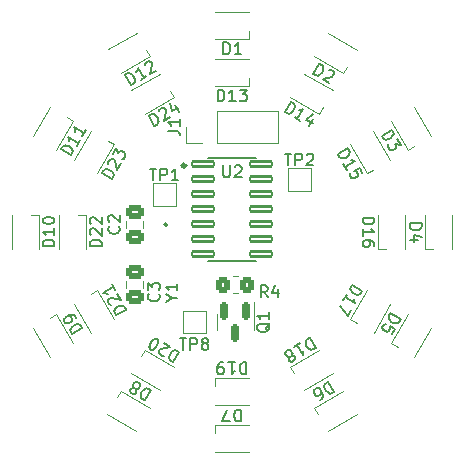
<source format=gto>
G04 #@! TF.GenerationSoftware,KiCad,Pcbnew,(6.0.11)*
G04 #@! TF.CreationDate,2023-03-31T13:58:03+02:00*
G04 #@! TF.ProjectId,Horloge,486f726c-6f67-4652-9e6b-696361645f70,rev?*
G04 #@! TF.SameCoordinates,Original*
G04 #@! TF.FileFunction,Legend,Top*
G04 #@! TF.FilePolarity,Positive*
%FSLAX46Y46*%
G04 Gerber Fmt 4.6, Leading zero omitted, Abs format (unit mm)*
G04 Created by KiCad (PCBNEW (6.0.11)) date 2023-03-31 13:58:03*
%MOMM*%
%LPD*%
G01*
G04 APERTURE LIST*
G04 Aperture macros list*
%AMRoundRect*
0 Rectangle with rounded corners*
0 $1 Rounding radius*
0 $2 $3 $4 $5 $6 $7 $8 $9 X,Y pos of 4 corners*
0 Add a 4 corners polygon primitive as box body*
4,1,4,$2,$3,$4,$5,$6,$7,$8,$9,$2,$3,0*
0 Add four circle primitives for the rounded corners*
1,1,$1+$1,$2,$3*
1,1,$1+$1,$4,$5*
1,1,$1+$1,$6,$7*
1,1,$1+$1,$8,$9*
0 Add four rect primitives between the rounded corners*
20,1,$1+$1,$2,$3,$4,$5,0*
20,1,$1+$1,$4,$5,$6,$7,0*
20,1,$1+$1,$6,$7,$8,$9,0*
20,1,$1+$1,$8,$9,$2,$3,0*%
%AMRotRect*
0 Rectangle, with rotation*
0 The origin of the aperture is its center*
0 $1 length*
0 $2 width*
0 $3 Rotation angle, in degrees counterclockwise*
0 Add horizontal line*
21,1,$1,$2,0,0,$3*%
G04 Aperture macros list end*
%ADD10C,0.150000*%
%ADD11C,0.120000*%
%ADD12C,0.200000*%
%ADD13C,0.127000*%
%ADD14C,0.300000*%
%ADD15R,0.700000X0.700000*%
%ADD16RotRect,0.700000X0.700000X120.000000*%
%ADD17RotRect,0.700000X0.700000X150.000000*%
%ADD18RoundRect,0.250000X0.475000X-0.337500X0.475000X0.337500X-0.475000X0.337500X-0.475000X-0.337500X0*%
%ADD19R,1.500000X1.500000*%
%ADD20RoundRect,0.250000X-0.350000X-0.450000X0.350000X-0.450000X0.350000X0.450000X-0.350000X0.450000X0*%
%ADD21R,1.700000X1.700000*%
%ADD22O,1.700000X1.700000*%
%ADD23RotRect,0.700000X0.700000X300.000000*%
%ADD24R,1.900000X1.150000*%
%ADD25RotRect,0.700000X0.700000X240.000000*%
%ADD26RotRect,0.700000X0.700000X330.000000*%
%ADD27RotRect,0.700000X0.700000X30.000000*%
%ADD28RoundRect,0.150000X-0.150000X0.587500X-0.150000X-0.587500X0.150000X-0.587500X0.150000X0.587500X0*%
%ADD29RotRect,0.700000X0.700000X210.000000*%
%ADD30RoundRect,0.250000X-0.475000X0.337500X-0.475000X-0.337500X0.475000X-0.337500X0.475000X0.337500X0*%
%ADD31RotRect,0.700000X0.700000X60.000000*%
%ADD32RoundRect,0.090000X-0.895000X-0.210000X0.895000X-0.210000X0.895000X0.210000X-0.895000X0.210000X0*%
%ADD33C,0.665000*%
%ADD34C,0.680000*%
%ADD35C,0.700000*%
%ADD36C,0.670000*%
G04 APERTURE END LIST*
D10*
X68772381Y-92653307D02*
X67772381Y-92653307D01*
X67772381Y-92415212D01*
X67820001Y-92272355D01*
X67915239Y-92177117D01*
X68010477Y-92129498D01*
X68200953Y-92081879D01*
X68343810Y-92081879D01*
X68534286Y-92129498D01*
X68629524Y-92177117D01*
X68724762Y-92272355D01*
X68772381Y-92415212D01*
X68772381Y-92653307D01*
X68772381Y-91129498D02*
X68772381Y-91700926D01*
X68772381Y-91415212D02*
X67772381Y-91415212D01*
X67915239Y-91510450D01*
X68010477Y-91605688D01*
X68058096Y-91700926D01*
X67772381Y-90510450D02*
X67772381Y-90415212D01*
X67820001Y-90319974D01*
X67867620Y-90272355D01*
X67962858Y-90224736D01*
X68153334Y-90177117D01*
X68391429Y-90177117D01*
X68581905Y-90224736D01*
X68677143Y-90272355D01*
X68724762Y-90319974D01*
X68772381Y-90415212D01*
X68772381Y-90510450D01*
X68724762Y-90605688D01*
X68677143Y-90653307D01*
X68581905Y-90700926D01*
X68391429Y-90748545D01*
X68153334Y-90748545D01*
X67962858Y-90700926D01*
X67867620Y-90653307D01*
X67820001Y-90605688D01*
X67772381Y-90510450D01*
X92775554Y-84856244D02*
X93641580Y-84356244D01*
X93760627Y-84562440D01*
X93790817Y-84709968D01*
X93755957Y-84840065D01*
X93697288Y-84928924D01*
X93556140Y-85065401D01*
X93432422Y-85136830D01*
X93243656Y-85190828D01*
X93137367Y-85197208D01*
X93007270Y-85162349D01*
X92894602Y-85062440D01*
X92775554Y-84856244D01*
X93537459Y-86175901D02*
X93251745Y-85681030D01*
X93394602Y-85928466D02*
X94260627Y-85428466D01*
X94089290Y-85417416D01*
X93959193Y-85382556D01*
X93870334Y-85323887D01*
X94855865Y-86459448D02*
X94617770Y-86047055D01*
X94181568Y-86243911D01*
X94246616Y-86261341D01*
X94335475Y-86320010D01*
X94454522Y-86526207D01*
X94460902Y-86632495D01*
X94443472Y-86697543D01*
X94384803Y-86786402D01*
X94178607Y-86905449D01*
X94072319Y-86911829D01*
X94007270Y-86894399D01*
X93918411Y-86835730D01*
X93799364Y-86629534D01*
X93792984Y-86523246D01*
X93810414Y-86458197D01*
X90713858Y-78044680D02*
X91213858Y-77178655D01*
X91420054Y-77297702D01*
X91519963Y-77410370D01*
X91554822Y-77540468D01*
X91548443Y-77646756D01*
X91494444Y-77835523D01*
X91423015Y-77959241D01*
X91286538Y-78100389D01*
X91197679Y-78159058D01*
X91067582Y-78193917D01*
X90920054Y-78163728D01*
X90713858Y-78044680D01*
X91991025Y-77737324D02*
X92056074Y-77719894D01*
X92162362Y-77726274D01*
X92368558Y-77845322D01*
X92427227Y-77934180D01*
X92444657Y-77999229D01*
X92438277Y-78105517D01*
X92390658Y-78187995D01*
X92277991Y-78287904D01*
X91497405Y-78497061D01*
X92033516Y-78806585D01*
X74242142Y-90971666D02*
X74289761Y-91019285D01*
X74337380Y-91162142D01*
X74337380Y-91257380D01*
X74289761Y-91400238D01*
X74194523Y-91495476D01*
X74099285Y-91543095D01*
X73908809Y-91590714D01*
X73765952Y-91590714D01*
X73575476Y-91543095D01*
X73480238Y-91495476D01*
X73385000Y-91400238D01*
X73337380Y-91257380D01*
X73337380Y-91162142D01*
X73385000Y-91019285D01*
X73432619Y-90971666D01*
X73432619Y-90590714D02*
X73385000Y-90543095D01*
X73337380Y-90447857D01*
X73337380Y-90209761D01*
X73385000Y-90114523D01*
X73432619Y-90066904D01*
X73527857Y-90019285D01*
X73623095Y-90019285D01*
X73765952Y-90066904D01*
X74337380Y-90638333D01*
X74337380Y-90019285D01*
X79383095Y-100417380D02*
X79954523Y-100417380D01*
X79668809Y-101417380D02*
X79668809Y-100417380D01*
X80287857Y-101417380D02*
X80287857Y-100417380D01*
X80668809Y-100417380D01*
X80764047Y-100465000D01*
X80811666Y-100512619D01*
X80859285Y-100607857D01*
X80859285Y-100750714D01*
X80811666Y-100845952D01*
X80764047Y-100893571D01*
X80668809Y-100941190D01*
X80287857Y-100941190D01*
X81430714Y-100845952D02*
X81335476Y-100798333D01*
X81287857Y-100750714D01*
X81240238Y-100655476D01*
X81240238Y-100607857D01*
X81287857Y-100512619D01*
X81335476Y-100465000D01*
X81430714Y-100417380D01*
X81621190Y-100417380D01*
X81716428Y-100465000D01*
X81764047Y-100512619D01*
X81811666Y-100607857D01*
X81811666Y-100655476D01*
X81764047Y-100750714D01*
X81716428Y-100798333D01*
X81621190Y-100845952D01*
X81430714Y-100845952D01*
X81335476Y-100893571D01*
X81287857Y-100941190D01*
X81240238Y-101036428D01*
X81240238Y-101226904D01*
X81287857Y-101322142D01*
X81335476Y-101369761D01*
X81430714Y-101417380D01*
X81621190Y-101417380D01*
X81716428Y-101369761D01*
X81764047Y-101322142D01*
X81811666Y-101226904D01*
X81811666Y-101036428D01*
X81764047Y-100941190D01*
X81716428Y-100893571D01*
X81621190Y-100845952D01*
X86828333Y-96972380D02*
X86495000Y-96496190D01*
X86256904Y-96972380D02*
X86256904Y-95972380D01*
X86637857Y-95972380D01*
X86733095Y-96020000D01*
X86780714Y-96067619D01*
X86828333Y-96162857D01*
X86828333Y-96305714D01*
X86780714Y-96400952D01*
X86733095Y-96448571D01*
X86637857Y-96496190D01*
X86256904Y-96496190D01*
X87685476Y-96305714D02*
X87685476Y-96972380D01*
X87447380Y-95924761D02*
X87209285Y-96639047D01*
X87828333Y-96639047D01*
X88288454Y-81263172D02*
X88788454Y-80397147D01*
X88994650Y-80516194D01*
X89094559Y-80628862D01*
X89129418Y-80758960D01*
X89123038Y-80865248D01*
X89069040Y-81054015D01*
X88997611Y-81177733D01*
X88861134Y-81318880D01*
X88772275Y-81377549D01*
X88642178Y-81412409D01*
X88494650Y-81382220D01*
X88288454Y-81263172D01*
X89608112Y-82025077D02*
X89113240Y-81739363D01*
X89360676Y-81882220D02*
X89860676Y-81016194D01*
X89706768Y-81092293D01*
X89576671Y-81127153D01*
X89470383Y-81120773D01*
X90683752Y-81876298D02*
X90350419Y-82453648D01*
X90668032Y-81427336D02*
X90104693Y-81926878D01*
X90640804Y-82236402D01*
X78402380Y-82883333D02*
X79116666Y-82883333D01*
X79259523Y-82930952D01*
X79354761Y-83026190D01*
X79402380Y-83169047D01*
X79402380Y-83264285D01*
X79402380Y-81883333D02*
X79402380Y-82454761D01*
X79402380Y-82169047D02*
X78402380Y-82169047D01*
X78545238Y-82264285D01*
X78640476Y-82359523D01*
X78688095Y-82454761D01*
X83081904Y-76392380D02*
X83081904Y-75392380D01*
X83320000Y-75392380D01*
X83462857Y-75440000D01*
X83558095Y-75535238D01*
X83605714Y-75630476D01*
X83653333Y-75820952D01*
X83653333Y-75963809D01*
X83605714Y-76154285D01*
X83558095Y-76249523D01*
X83462857Y-76344761D01*
X83320000Y-76392380D01*
X83081904Y-76392380D01*
X84605714Y-76392380D02*
X84034285Y-76392380D01*
X84320000Y-76392380D02*
X84320000Y-75392380D01*
X84224761Y-75535238D01*
X84129523Y-75630476D01*
X84034285Y-75678095D01*
X74858212Y-98012963D02*
X73992186Y-98512963D01*
X73873139Y-98306767D01*
X73842949Y-98159239D01*
X73877809Y-98029142D01*
X73936478Y-97940283D01*
X74077626Y-97803806D01*
X74201344Y-97732377D01*
X74390110Y-97678379D01*
X74496399Y-97671999D01*
X74626496Y-97706858D01*
X74739164Y-97806767D01*
X74858212Y-98012963D01*
X73598474Y-97640558D02*
X73533426Y-97623128D01*
X73444567Y-97564459D01*
X73325520Y-97358263D01*
X73319140Y-97251975D01*
X73336570Y-97186926D01*
X73395239Y-97098067D01*
X73477717Y-97050448D01*
X73625245Y-97020259D01*
X74405831Y-97229417D01*
X74096307Y-96693306D01*
X73620117Y-95868519D02*
X73905831Y-96363391D01*
X73762974Y-96115955D02*
X72896948Y-96615955D01*
X73068285Y-96627005D01*
X73198383Y-96661865D01*
X73287241Y-96720534D01*
X78716187Y-96996246D02*
X79192434Y-96996246D01*
X78192316Y-97329619D02*
X78716187Y-96996246D01*
X78192316Y-96662874D01*
X79192434Y-95805630D02*
X79192434Y-96377126D01*
X79192434Y-96091378D02*
X78192316Y-96091378D01*
X78335190Y-96186627D01*
X78430439Y-96281876D01*
X78478064Y-96377126D01*
X85034285Y-102487619D02*
X85034285Y-103487619D01*
X84796190Y-103487619D01*
X84653333Y-103440000D01*
X84558095Y-103344761D01*
X84510476Y-103249523D01*
X84462857Y-103059047D01*
X84462857Y-102916190D01*
X84510476Y-102725714D01*
X84558095Y-102630476D01*
X84653333Y-102535238D01*
X84796190Y-102487619D01*
X85034285Y-102487619D01*
X83510476Y-102487619D02*
X84081904Y-102487619D01*
X83796190Y-102487619D02*
X83796190Y-103487619D01*
X83891428Y-103344761D01*
X83986666Y-103249523D01*
X84081904Y-103201904D01*
X83034285Y-102487619D02*
X82843809Y-102487619D01*
X82748571Y-102535238D01*
X82700952Y-102582857D01*
X82605714Y-102725714D01*
X82558095Y-102916190D01*
X82558095Y-103297142D01*
X82605714Y-103392380D01*
X82653333Y-103440000D01*
X82748571Y-103487619D01*
X82939047Y-103487619D01*
X83034285Y-103440000D01*
X83081904Y-103392380D01*
X83129523Y-103297142D01*
X83129523Y-103059047D01*
X83081904Y-102963809D01*
X83034285Y-102916190D01*
X82939047Y-102868571D01*
X82748571Y-102868571D01*
X82653333Y-102916190D01*
X82605714Y-102963809D01*
X82558095Y-103059047D01*
X70186834Y-84958104D02*
X69320809Y-84458104D01*
X69439856Y-84251908D01*
X69552524Y-84151999D01*
X69682622Y-84117140D01*
X69788910Y-84123520D01*
X69977677Y-84177518D01*
X70101395Y-84248947D01*
X70242542Y-84385424D01*
X70301211Y-84474283D01*
X70336071Y-84604380D01*
X70305882Y-84751908D01*
X70186834Y-84958104D01*
X70948739Y-83638446D02*
X70663025Y-84133318D01*
X70805882Y-83885882D02*
X69939856Y-83385882D01*
X70015955Y-83539790D01*
X70050815Y-83669887D01*
X70044435Y-83776175D01*
X71424929Y-82813660D02*
X71139215Y-83308532D01*
X71282072Y-83061096D02*
X70416047Y-82561096D01*
X70492146Y-82715003D01*
X70527005Y-82845101D01*
X70520625Y-82951389D01*
X84558095Y-106487618D02*
X84558095Y-107487618D01*
X84320000Y-107487618D01*
X84177142Y-107439999D01*
X84081904Y-107344760D01*
X84034285Y-107249522D01*
X83986666Y-107059046D01*
X83986666Y-106916189D01*
X84034285Y-106725713D01*
X84081904Y-106630475D01*
X84177142Y-106535237D01*
X84320000Y-106487618D01*
X84558095Y-106487618D01*
X83653333Y-107487618D02*
X82986666Y-107487618D01*
X83415238Y-106487618D01*
X76926394Y-104835464D02*
X76426394Y-105701489D01*
X76220198Y-105582442D01*
X76120289Y-105469774D01*
X76085430Y-105339676D01*
X76091809Y-105233388D01*
X76145808Y-105044621D01*
X76217237Y-104920903D01*
X76353714Y-104779755D01*
X76442573Y-104721086D01*
X76572670Y-104686227D01*
X76720198Y-104716416D01*
X76926394Y-104835464D01*
X75650937Y-104758907D02*
X75709606Y-104847765D01*
X75727035Y-104912814D01*
X75720656Y-105019102D01*
X75696846Y-105060341D01*
X75607988Y-105119011D01*
X75542939Y-105136440D01*
X75436651Y-105130061D01*
X75271694Y-105034822D01*
X75213025Y-104945964D01*
X75195595Y-104880915D01*
X75201975Y-104774627D01*
X75225784Y-104733388D01*
X75314642Y-104674719D01*
X75379691Y-104657289D01*
X75485979Y-104663669D01*
X75650937Y-104758907D01*
X75757225Y-104765287D01*
X75822274Y-104747857D01*
X75911132Y-104689188D01*
X76006370Y-104524230D01*
X76012750Y-104417942D01*
X75995320Y-104352894D01*
X75936651Y-104264035D01*
X75771694Y-104168797D01*
X75665406Y-104162417D01*
X75600357Y-104179847D01*
X75511498Y-104238516D01*
X75416260Y-104403473D01*
X75409881Y-104509762D01*
X75427310Y-104574810D01*
X75485979Y-104663669D01*
X90394334Y-100400997D02*
X90894334Y-101267023D01*
X90688138Y-101386070D01*
X90540610Y-101416260D01*
X90410513Y-101381400D01*
X90321654Y-101322731D01*
X90185177Y-101181583D01*
X90113748Y-101057865D01*
X90059750Y-100869099D01*
X90053370Y-100762810D01*
X90088229Y-100632713D01*
X90188138Y-100520045D01*
X90394334Y-100400997D01*
X89074677Y-101162902D02*
X89569548Y-100877188D01*
X89322112Y-101020045D02*
X89822112Y-101886070D01*
X89833162Y-101714733D01*
X89868022Y-101584636D01*
X89926691Y-101495777D01*
X88865519Y-101943488D02*
X88971807Y-101937108D01*
X89036856Y-101954538D01*
X89125714Y-102013207D01*
X89149524Y-102054446D01*
X89155904Y-102160735D01*
X89138474Y-102225783D01*
X89079805Y-102314642D01*
X88914848Y-102409880D01*
X88808560Y-102416260D01*
X88743511Y-102398830D01*
X88654652Y-102340161D01*
X88630843Y-102298921D01*
X88624463Y-102192633D01*
X88641893Y-102127584D01*
X88700562Y-102038726D01*
X88865519Y-101943488D01*
X88924188Y-101854630D01*
X88941618Y-101789581D01*
X88935238Y-101683293D01*
X88840000Y-101518335D01*
X88751142Y-101459666D01*
X88686093Y-101442237D01*
X88579805Y-101448616D01*
X88414848Y-101543854D01*
X88356179Y-101632713D01*
X88338749Y-101697762D01*
X88345129Y-101804050D01*
X88440367Y-101969007D01*
X88529225Y-102027676D01*
X88594274Y-102045106D01*
X88700562Y-102038726D01*
X87037619Y-99155238D02*
X86990000Y-99250476D01*
X86894761Y-99345714D01*
X86751904Y-99488571D01*
X86704285Y-99583809D01*
X86704285Y-99679047D01*
X86942380Y-99631428D02*
X86894761Y-99726666D01*
X86799523Y-99821904D01*
X86609047Y-99869523D01*
X86275714Y-99869523D01*
X86085238Y-99821904D01*
X85990000Y-99726666D01*
X85942380Y-99631428D01*
X85942380Y-99440952D01*
X85990000Y-99345714D01*
X86085238Y-99250476D01*
X86275714Y-99202857D01*
X86609047Y-99202857D01*
X86799523Y-99250476D01*
X86894761Y-99345714D01*
X86942380Y-99440952D01*
X86942380Y-99631428D01*
X86942380Y-98250476D02*
X86942380Y-98821904D01*
X86942380Y-98536190D02*
X85942380Y-98536190D01*
X86085238Y-98631428D01*
X86180476Y-98726666D01*
X86228095Y-98821904D01*
X94867619Y-90225714D02*
X95867619Y-90225714D01*
X95867619Y-90463809D01*
X95820000Y-90606666D01*
X95724761Y-90701904D01*
X95629523Y-90749523D01*
X95439047Y-90797142D01*
X95296190Y-90797142D01*
X95105714Y-90749523D01*
X95010476Y-90701904D01*
X94915238Y-90606666D01*
X94867619Y-90463809D01*
X94867619Y-90225714D01*
X94867619Y-91749523D02*
X94867619Y-91178095D01*
X94867619Y-91463809D02*
X95867619Y-91463809D01*
X95724761Y-91368571D01*
X95629523Y-91273333D01*
X95581904Y-91178095D01*
X95867619Y-92606666D02*
X95867619Y-92416190D01*
X95820000Y-92320952D01*
X95772380Y-92273333D01*
X95629523Y-92178095D01*
X95439047Y-92130476D01*
X95058095Y-92130476D01*
X94962857Y-92178095D01*
X94915238Y-92225714D01*
X94867619Y-92320952D01*
X94867619Y-92511428D01*
X94915238Y-92606666D01*
X94962857Y-92654285D01*
X95058095Y-92701904D01*
X95296190Y-92701904D01*
X95391428Y-92654285D01*
X95439047Y-92606666D01*
X95486666Y-92511428D01*
X95486666Y-92320952D01*
X95439047Y-92225714D01*
X95391428Y-92178095D01*
X95296190Y-92130476D01*
X75256439Y-79008686D02*
X74756439Y-78142660D01*
X74962635Y-78023613D01*
X75110163Y-77993423D01*
X75240260Y-78028283D01*
X75329119Y-78086952D01*
X75465596Y-78228100D01*
X75537025Y-78351818D01*
X75591023Y-78540584D01*
X75597403Y-78646873D01*
X75562544Y-78776970D01*
X75462635Y-78889638D01*
X75256439Y-79008686D01*
X76576096Y-78246781D02*
X76081225Y-78532495D01*
X76328661Y-78389638D02*
X75828661Y-77523613D01*
X75817611Y-77694950D01*
X75782751Y-77825047D01*
X75724082Y-77913906D01*
X76453630Y-77272758D02*
X76471060Y-77207709D01*
X76529729Y-77118851D01*
X76735925Y-76999803D01*
X76842213Y-76993423D01*
X76907262Y-77010853D01*
X76996121Y-77069522D01*
X77043740Y-77152001D01*
X77073929Y-77299528D01*
X76864772Y-78080114D01*
X77400883Y-77770591D01*
X98867616Y-90712705D02*
X99867616Y-90712705D01*
X99867616Y-90950801D01*
X99819997Y-91093658D01*
X99724758Y-91188896D01*
X99629520Y-91236515D01*
X99439044Y-91284134D01*
X99296187Y-91284134D01*
X99105711Y-91236515D01*
X99010473Y-91188896D01*
X98915235Y-91093658D01*
X98867616Y-90950801D01*
X98867616Y-90712705D01*
X99534282Y-92141277D02*
X98867616Y-92141277D01*
X99915235Y-91903181D02*
X99200949Y-91665086D01*
X99200949Y-92284134D01*
X72772380Y-92654285D02*
X71772380Y-92654285D01*
X71772380Y-92416190D01*
X71820000Y-92273333D01*
X71915238Y-92178095D01*
X72010476Y-92130476D01*
X72200952Y-92082857D01*
X72343809Y-92082857D01*
X72534285Y-92130476D01*
X72629523Y-92178095D01*
X72724761Y-92273333D01*
X72772380Y-92416190D01*
X72772380Y-92654285D01*
X71867619Y-91701904D02*
X71820000Y-91654285D01*
X71772380Y-91559047D01*
X71772380Y-91320952D01*
X71820000Y-91225714D01*
X71867619Y-91178095D01*
X71962857Y-91130476D01*
X72058095Y-91130476D01*
X72200952Y-91178095D01*
X72772380Y-91749523D01*
X72772380Y-91130476D01*
X71867619Y-90749523D02*
X71820000Y-90701904D01*
X71772380Y-90606666D01*
X71772380Y-90368571D01*
X71820000Y-90273333D01*
X71867619Y-90225714D01*
X71962857Y-90178095D01*
X72058095Y-90178095D01*
X72200952Y-90225714D01*
X72772380Y-90797142D01*
X72772380Y-90178095D01*
X79340845Y-101610646D02*
X78840845Y-102476671D01*
X78634649Y-102357624D01*
X78534740Y-102244956D01*
X78499881Y-102114858D01*
X78506261Y-102008570D01*
X78560259Y-101819803D01*
X78631688Y-101696085D01*
X78768165Y-101554938D01*
X78857024Y-101496269D01*
X78987121Y-101461409D01*
X79134649Y-101491598D01*
X79340845Y-101610646D01*
X78063678Y-101918002D02*
X77998629Y-101935432D01*
X77892341Y-101929052D01*
X77686145Y-101810005D01*
X77627476Y-101721146D01*
X77610046Y-101656098D01*
X77616426Y-101549809D01*
X77664045Y-101467331D01*
X77776713Y-101367422D01*
X78557298Y-101158265D01*
X78021187Y-100848741D01*
X76985077Y-101405243D02*
X76902598Y-101357624D01*
X76843929Y-101268765D01*
X76826499Y-101203717D01*
X76832879Y-101097428D01*
X76886878Y-100908662D01*
X77005925Y-100702465D01*
X77142403Y-100561317D01*
X77231261Y-100502648D01*
X77296310Y-100485219D01*
X77402598Y-100491598D01*
X77485077Y-100539217D01*
X77543746Y-100628076D01*
X77561175Y-100693125D01*
X77554796Y-100799413D01*
X77500797Y-100988179D01*
X77381749Y-101194376D01*
X77245272Y-101335524D01*
X77156413Y-101394193D01*
X77091365Y-101411623D01*
X76985077Y-101405243D01*
X82605714Y-80392380D02*
X82605714Y-79392380D01*
X82843809Y-79392380D01*
X82986666Y-79440000D01*
X83081904Y-79535238D01*
X83129523Y-79630476D01*
X83177142Y-79820952D01*
X83177142Y-79963809D01*
X83129523Y-80154285D01*
X83081904Y-80249523D01*
X82986666Y-80344761D01*
X82843809Y-80392380D01*
X82605714Y-80392380D01*
X84129523Y-80392380D02*
X83558095Y-80392380D01*
X83843809Y-80392380D02*
X83843809Y-79392380D01*
X83748571Y-79535238D01*
X83653333Y-79630476D01*
X83558095Y-79678095D01*
X84462857Y-79392380D02*
X85081904Y-79392380D01*
X84748571Y-79773333D01*
X84891428Y-79773333D01*
X84986666Y-79820952D01*
X85034285Y-79868571D01*
X85081904Y-79963809D01*
X85081904Y-80201904D01*
X85034285Y-80297142D01*
X84986666Y-80344761D01*
X84891428Y-80392380D01*
X84605714Y-80392380D01*
X84510476Y-80344761D01*
X84462857Y-80297142D01*
X88273095Y-84799380D02*
X88844523Y-84799380D01*
X88558809Y-85799380D02*
X88558809Y-84799380D01*
X89177857Y-85799380D02*
X89177857Y-84799380D01*
X89558809Y-84799380D01*
X89654047Y-84847000D01*
X89701666Y-84894619D01*
X89749285Y-84989857D01*
X89749285Y-85132714D01*
X89701666Y-85227952D01*
X89654047Y-85275571D01*
X89558809Y-85323190D01*
X89177857Y-85323190D01*
X90130238Y-84894619D02*
X90177857Y-84847000D01*
X90273095Y-84799380D01*
X90511190Y-84799380D01*
X90606428Y-84847000D01*
X90654047Y-84894619D01*
X90701666Y-84989857D01*
X90701666Y-85085095D01*
X90654047Y-85227952D01*
X90082619Y-85799380D01*
X90701666Y-85799380D01*
X73649656Y-86960318D02*
X72783631Y-86460318D01*
X72902678Y-86254122D01*
X73015346Y-86154213D01*
X73145444Y-86119354D01*
X73251732Y-86125734D01*
X73440499Y-86179732D01*
X73564217Y-86251161D01*
X73705364Y-86387638D01*
X73764033Y-86476497D01*
X73798893Y-86606594D01*
X73768704Y-86754122D01*
X73649656Y-86960318D01*
X73342300Y-85683151D02*
X73324870Y-85618102D01*
X73331250Y-85511814D01*
X73450297Y-85305618D01*
X73539156Y-85246949D01*
X73604204Y-85229519D01*
X73710493Y-85235899D01*
X73792971Y-85283518D01*
X73892880Y-85396186D01*
X74102037Y-86176771D01*
X74411561Y-85640660D01*
X73712202Y-84851985D02*
X74021726Y-84315874D01*
X74184974Y-84795026D01*
X74256402Y-84671308D01*
X74345261Y-84612639D01*
X74410309Y-84595209D01*
X74516598Y-84601589D01*
X74722794Y-84720636D01*
X74781463Y-84809495D01*
X74798893Y-84874543D01*
X74792513Y-84980832D01*
X74649656Y-85228267D01*
X74560798Y-85286937D01*
X74495749Y-85304366D01*
X77602142Y-96686666D02*
X77649761Y-96734285D01*
X77697380Y-96877142D01*
X77697380Y-96972380D01*
X77649761Y-97115238D01*
X77554523Y-97210476D01*
X77459285Y-97258095D01*
X77268809Y-97305714D01*
X77125952Y-97305714D01*
X76935476Y-97258095D01*
X76840238Y-97210476D01*
X76745000Y-97115238D01*
X76697380Y-96972380D01*
X76697380Y-96877142D01*
X76745000Y-96734285D01*
X76792619Y-96686666D01*
X76697380Y-96353333D02*
X76697380Y-95734285D01*
X77078333Y-96067619D01*
X77078333Y-95924761D01*
X77125952Y-95829523D01*
X77173571Y-95781904D01*
X77268809Y-95734285D01*
X77506904Y-95734285D01*
X77602142Y-95781904D01*
X77649761Y-95829523D01*
X77697380Y-95924761D01*
X77697380Y-96210476D01*
X77649761Y-96305714D01*
X77602142Y-96353333D01*
X96480372Y-83273172D02*
X97346398Y-82773172D01*
X97465446Y-82979368D01*
X97495635Y-83126896D01*
X97460775Y-83256993D01*
X97402106Y-83345852D01*
X97260958Y-83482329D01*
X97137241Y-83553758D01*
X96948474Y-83607756D01*
X96842186Y-83614136D01*
X96712088Y-83579277D01*
X96599420Y-83479368D01*
X96480372Y-83273172D01*
X97798779Y-83556719D02*
X98108303Y-84092830D01*
X97611722Y-83994631D01*
X97683150Y-84118348D01*
X97689530Y-84224637D01*
X97672100Y-84289685D01*
X97613431Y-84378544D01*
X97407234Y-84497591D01*
X97300946Y-84503971D01*
X97235898Y-84486541D01*
X97147039Y-84427872D01*
X97004182Y-84180436D01*
X96997802Y-84074148D01*
X97015232Y-84009099D01*
X71155597Y-99599845D02*
X70289571Y-100099845D01*
X70170523Y-99893649D01*
X70140334Y-99746121D01*
X70175194Y-99616024D01*
X70233863Y-99527165D01*
X70375011Y-99390688D01*
X70498728Y-99319259D01*
X70687495Y-99265261D01*
X70793783Y-99258881D01*
X70923881Y-99293740D01*
X71036549Y-99393649D01*
X71155597Y-99599845D01*
X70631787Y-98692581D02*
X70536549Y-98527623D01*
X70447691Y-98468954D01*
X70382642Y-98451524D01*
X70211305Y-98440474D01*
X70022538Y-98494473D01*
X69692624Y-98684949D01*
X69633954Y-98773808D01*
X69616525Y-98838857D01*
X69622904Y-98945145D01*
X69718143Y-99110102D01*
X69807001Y-99168771D01*
X69872050Y-99186201D01*
X69978338Y-99179821D01*
X70184534Y-99060773D01*
X70243203Y-98971915D01*
X70260633Y-98906866D01*
X70254254Y-98800578D01*
X70159015Y-98635621D01*
X70070157Y-98576952D01*
X70005108Y-98559522D01*
X69898820Y-98565902D01*
X93995361Y-95910995D02*
X94861386Y-96410995D01*
X94742339Y-96617191D01*
X94629671Y-96717100D01*
X94499573Y-96751959D01*
X94393285Y-96745579D01*
X94204518Y-96691581D01*
X94080800Y-96620152D01*
X93939653Y-96483675D01*
X93880984Y-96394816D01*
X93846124Y-96264719D01*
X93876313Y-96117191D01*
X93995361Y-95910995D01*
X93233456Y-97230653D02*
X93519170Y-96735781D01*
X93376313Y-96983217D02*
X94242339Y-97483217D01*
X94166240Y-97329309D01*
X94131380Y-97199212D01*
X94137760Y-97092924D01*
X93932815Y-98019328D02*
X93599482Y-98596678D01*
X92947742Y-97725524D01*
X83058095Y-85812380D02*
X83058095Y-86621904D01*
X83105714Y-86717142D01*
X83153333Y-86764761D01*
X83248571Y-86812380D01*
X83439047Y-86812380D01*
X83534285Y-86764761D01*
X83581904Y-86717142D01*
X83629523Y-86621904D01*
X83629523Y-85812380D01*
X84058095Y-85907619D02*
X84105714Y-85860000D01*
X84200952Y-85812380D01*
X84439047Y-85812380D01*
X84534285Y-85860000D01*
X84581904Y-85907619D01*
X84629523Y-86002857D01*
X84629523Y-86098095D01*
X84581904Y-86240952D01*
X84010476Y-86812380D01*
X84629523Y-86812380D01*
X91981621Y-104103377D02*
X92481621Y-104969403D01*
X92275425Y-105088451D01*
X92127897Y-105118640D01*
X91997800Y-105083780D01*
X91908941Y-105025111D01*
X91772464Y-104883963D01*
X91701035Y-104760246D01*
X91647037Y-104571479D01*
X91640657Y-104465191D01*
X91675516Y-104335093D01*
X91775425Y-104222425D01*
X91981621Y-104103377D01*
X91244442Y-105683689D02*
X91409399Y-105588451D01*
X91468068Y-105499592D01*
X91485498Y-105434543D01*
X91496548Y-105263206D01*
X91442549Y-105074440D01*
X91252073Y-104744525D01*
X91163215Y-104685856D01*
X91098166Y-104668426D01*
X90991878Y-104674806D01*
X90826921Y-104770044D01*
X90768252Y-104858903D01*
X90750822Y-104923951D01*
X90757202Y-105030239D01*
X90876249Y-105236436D01*
X90965108Y-105295105D01*
X91030156Y-105312535D01*
X91136445Y-105306155D01*
X91301402Y-105210917D01*
X91360071Y-105122059D01*
X91377501Y-105057010D01*
X91371121Y-104950722D01*
X76843095Y-86069380D02*
X77414523Y-86069380D01*
X77128809Y-87069380D02*
X77128809Y-86069380D01*
X77747857Y-87069380D02*
X77747857Y-86069380D01*
X78128809Y-86069380D01*
X78224047Y-86117000D01*
X78271666Y-86164619D01*
X78319285Y-86259857D01*
X78319285Y-86402714D01*
X78271666Y-86497952D01*
X78224047Y-86545571D01*
X78128809Y-86593190D01*
X77747857Y-86593190D01*
X79271666Y-87069380D02*
X78700238Y-87069380D01*
X78985952Y-87069380D02*
X78985952Y-86069380D01*
X78890714Y-86212238D01*
X78795476Y-86307476D01*
X78700238Y-86355095D01*
X77253730Y-82474350D02*
X76753730Y-81608324D01*
X76959926Y-81489277D01*
X77107454Y-81459087D01*
X77237551Y-81493947D01*
X77326410Y-81552616D01*
X77462887Y-81693764D01*
X77534316Y-81817482D01*
X77588314Y-82006248D01*
X77594694Y-82112537D01*
X77559835Y-82242634D01*
X77459926Y-82355302D01*
X77253730Y-82474350D01*
X77626135Y-81214612D02*
X77643565Y-81149564D01*
X77702234Y-81060705D01*
X77908430Y-80941658D01*
X78014718Y-80935278D01*
X78079767Y-80952708D01*
X78168626Y-81011377D01*
X78216245Y-81093855D01*
X78246434Y-81241383D01*
X78037276Y-82021969D01*
X78573387Y-81712445D01*
X78982362Y-80706523D02*
X79315695Y-81283874D01*
X78585689Y-80495656D02*
X78736635Y-81233294D01*
X79272746Y-80923770D01*
X97218739Y-98327937D02*
X98084764Y-98827937D01*
X97965717Y-99034133D01*
X97853049Y-99134042D01*
X97722951Y-99168901D01*
X97616663Y-99162522D01*
X97427896Y-99108523D01*
X97304178Y-99037094D01*
X97163030Y-98900617D01*
X97104361Y-98811758D01*
X97069502Y-98681661D01*
X97099691Y-98534133D01*
X97218739Y-98327937D01*
X97346669Y-100106355D02*
X97584764Y-99693962D01*
X97196181Y-99414628D01*
X97213610Y-99479676D01*
X97207231Y-99585965D01*
X97088183Y-99792161D01*
X96999325Y-99850830D01*
X96934276Y-99868260D01*
X96827988Y-99861880D01*
X96621791Y-99742833D01*
X96563122Y-99653974D01*
X96545692Y-99588925D01*
X96552072Y-99482637D01*
X96671120Y-99276441D01*
X96759978Y-99217772D01*
X96825027Y-99200342D01*
D11*
X67470001Y-90019022D02*
X67470001Y-92859022D01*
X65170001Y-90019022D02*
X65170001Y-92859022D01*
X67470001Y-90019022D02*
X66820001Y-90019022D01*
X95220593Y-86486412D02*
X93800593Y-84026900D01*
X97212451Y-85336412D02*
X95792451Y-82876900D01*
X95220593Y-86486412D02*
X95783509Y-86161412D01*
X93234014Y-77995833D02*
X90774502Y-76575833D01*
X93234014Y-77995833D02*
X93559014Y-77432917D01*
X94384014Y-76003975D02*
X91924502Y-74583975D01*
X74830000Y-91066252D02*
X74830000Y-90543748D01*
X76300000Y-91066252D02*
X76300000Y-90543748D01*
X79695000Y-98110000D02*
X81595000Y-98110000D01*
X81595000Y-100010000D02*
X79695000Y-100010000D01*
X81595000Y-98110000D02*
X81595000Y-100010000D01*
X79695000Y-100010000D02*
X79695000Y-98110000D01*
X83862936Y-96640000D02*
X84317064Y-96640000D01*
X83862936Y-95170000D02*
X84317064Y-95170000D01*
X91221003Y-81452420D02*
X88761491Y-80032420D01*
X92371003Y-79460562D02*
X89911491Y-78040562D01*
X91221003Y-81452420D02*
X91546003Y-80889504D01*
X82550000Y-81220000D02*
X87690000Y-81220000D01*
X79950000Y-83880000D02*
X79950000Y-82550000D01*
X87690000Y-83880000D02*
X87690000Y-81220000D01*
X81280000Y-83880000D02*
X79950000Y-83880000D01*
X82550000Y-83880000D02*
X82550000Y-81220000D01*
X82550000Y-83880000D02*
X87690000Y-83880000D01*
X85240000Y-75090000D02*
X85240000Y-74440000D01*
X85240000Y-72790000D02*
X82400000Y-72790000D01*
X85240000Y-75090000D02*
X82400000Y-75090000D01*
X72413174Y-96382796D02*
X71850258Y-96707796D01*
X70421316Y-97532796D02*
X71841316Y-99992308D01*
X72413174Y-96382796D02*
X73833174Y-98842308D01*
D12*
X78346419Y-90845000D02*
G75*
G03*
X78346419Y-90845000I-141419J0D01*
G01*
D11*
X82400000Y-106090000D02*
X85240000Y-106090000D01*
X82400000Y-103790000D02*
X85240000Y-103790000D01*
X82400000Y-103790000D02*
X82400000Y-104440000D01*
X70376082Y-82025556D02*
X68956082Y-84485068D01*
X68384224Y-80875556D02*
X66964224Y-83335068D01*
X70376082Y-82025556D02*
X69813166Y-81700556D01*
X82400000Y-107789999D02*
X85240000Y-107789999D01*
X82400000Y-107789999D02*
X82400000Y-108439999D01*
X82400000Y-110089999D02*
X85240000Y-110089999D01*
X74406239Y-104884312D02*
X76865751Y-106304312D01*
X74406239Y-104884312D02*
X74081239Y-105447228D01*
X73256239Y-106876170D02*
X75715751Y-108296170D01*
X88764167Y-102846036D02*
X89089167Y-103408952D01*
X88764167Y-102846036D02*
X91223679Y-101426036D01*
X89914167Y-104837894D02*
X92373679Y-103417894D01*
X82530000Y-99060000D02*
X82530000Y-99710000D01*
X82530000Y-99060000D02*
X82530000Y-98410000D01*
X85650000Y-99060000D02*
X85650000Y-99710000D01*
X85650000Y-99060000D02*
X85650000Y-97385000D01*
X96170000Y-92860000D02*
X96170000Y-90020000D01*
X96170000Y-92860000D02*
X96820000Y-92860000D01*
X98470000Y-92860000D02*
X98470000Y-90020000D01*
X76886607Y-76563648D02*
X74427095Y-77983648D01*
X75736607Y-74571790D02*
X73277095Y-75991790D01*
X76886607Y-76563648D02*
X76561607Y-76000732D01*
X102469997Y-92870801D02*
X102469997Y-90030801D01*
X100169997Y-92870801D02*
X100169997Y-90030801D01*
X100169997Y-92870801D02*
X100819997Y-92870801D01*
X69170000Y-90020000D02*
X69170000Y-92860000D01*
X71470000Y-90020000D02*
X70820000Y-90020000D01*
X71470000Y-90020000D02*
X71470000Y-92860000D01*
X75258297Y-103413257D02*
X77717809Y-104833257D01*
X76408297Y-101421399D02*
X78867809Y-102841399D01*
X76408297Y-101421399D02*
X76083297Y-101984315D01*
X85240000Y-79090000D02*
X82400000Y-79090000D01*
X85240000Y-76790000D02*
X82400000Y-76790000D01*
X85240000Y-79090000D02*
X85240000Y-78440000D01*
X90485000Y-87945000D02*
X88585000Y-87945000D01*
X88585000Y-87945000D02*
X88585000Y-86045000D01*
X88585000Y-86045000D02*
X90485000Y-86045000D01*
X90485000Y-86045000D02*
X90485000Y-87945000D01*
X71847046Y-82877770D02*
X70427046Y-85337282D01*
X73838904Y-84027770D02*
X73275988Y-83702770D01*
X73838904Y-84027770D02*
X72418904Y-86487282D01*
X76300000Y-95623748D02*
X76300000Y-96146252D01*
X74830000Y-95623748D02*
X74830000Y-96146252D01*
X98687316Y-84490947D02*
X97267316Y-82031435D01*
X98687316Y-84490947D02*
X99250232Y-84165947D01*
X100679174Y-83340947D02*
X99259174Y-80881435D01*
X66956796Y-99532071D02*
X68376796Y-101991583D01*
X68948654Y-98382071D02*
X68385738Y-98707071D01*
X68948654Y-98382071D02*
X70368654Y-100841583D01*
X93806114Y-98843544D02*
X94369030Y-99168544D01*
X95797972Y-99993544D02*
X97217972Y-97534032D01*
X93806114Y-98843544D02*
X95226114Y-96384032D01*
D13*
X81820000Y-93915000D02*
X85820000Y-93915000D01*
X81820000Y-85155000D02*
X85820000Y-85155000D01*
D14*
X79894000Y-85817000D02*
G75*
G03*
X79894000Y-85817000I-150000J0D01*
G01*
D11*
X91913847Y-108302179D02*
X94373359Y-106882179D01*
X90763847Y-106310321D02*
X91088847Y-106873237D01*
X90763847Y-106310321D02*
X93223359Y-104890321D01*
X79055000Y-89215000D02*
X77155000Y-89215000D01*
X77155000Y-87315000D02*
X79055000Y-87315000D01*
X77155000Y-89215000D02*
X77155000Y-87315000D01*
X79055000Y-87315000D02*
X79055000Y-89215000D01*
X78883898Y-80029312D02*
X78558898Y-79466396D01*
X77733898Y-78037454D02*
X75274386Y-79457454D01*
X78883898Y-80029312D02*
X76424386Y-81449312D01*
X97267587Y-100848093D02*
X97830503Y-101173093D01*
X97267587Y-100848093D02*
X98687587Y-98388581D01*
X99259445Y-101998093D02*
X100679445Y-99538581D01*
%LPC*%
D15*
X66870001Y-90524022D03*
X65770001Y-90524022D03*
X65770001Y-92354022D03*
X66870001Y-92354022D03*
D16*
X95487708Y-85749069D03*
X96440336Y-85199069D03*
X95525336Y-83614243D03*
X94572708Y-84164243D03*
D17*
X93096671Y-77223718D03*
X93646671Y-76271090D03*
X92061845Y-75356090D03*
X91511845Y-76308718D03*
D18*
X75565000Y-91842500D03*
X75565000Y-89767500D03*
D19*
X80645000Y-99060000D03*
D20*
X83090000Y-95905000D03*
X85090000Y-95905000D03*
D17*
X91083660Y-80680305D03*
X91633660Y-79727677D03*
X90048834Y-78812677D03*
X89498834Y-79765305D03*
D21*
X81280000Y-82550000D03*
D22*
X83820000Y-82550000D03*
X86360000Y-82550000D03*
D15*
X84735000Y-74490000D03*
X84735000Y-73390000D03*
X82905000Y-73390000D03*
X82905000Y-74490000D03*
D23*
X72146059Y-97120139D03*
X71193431Y-97670139D03*
X72108431Y-99254965D03*
X73061059Y-98704965D03*
D24*
X78105000Y-91995000D03*
X78105000Y-94695000D03*
D15*
X82905000Y-104390000D03*
X82905000Y-105490000D03*
X84735000Y-105490000D03*
X84735000Y-104390000D03*
D25*
X69603967Y-82162899D03*
X68651339Y-81612899D03*
X67736339Y-83197725D03*
X68688967Y-83747725D03*
D15*
X82905000Y-108389999D03*
X82905000Y-109489999D03*
X84735000Y-109489999D03*
X84735000Y-108389999D03*
D26*
X74543582Y-105656427D03*
X73993582Y-106609055D03*
X75578408Y-107524055D03*
X76128408Y-106571427D03*
D27*
X89501510Y-103113151D03*
X90051510Y-104065779D03*
X91636336Y-103150779D03*
X91086336Y-102198151D03*
D28*
X85040000Y-98122500D03*
X83140000Y-98122500D03*
X84090000Y-99997500D03*
D15*
X96770000Y-92355000D03*
X97870000Y-92355000D03*
X97870000Y-90525000D03*
X96770000Y-90525000D03*
D29*
X76149264Y-76296533D03*
X75599264Y-75343905D03*
X74014438Y-76258905D03*
X74564438Y-77211533D03*
D15*
X100769997Y-92365801D03*
X101869997Y-92365801D03*
X101869997Y-90535801D03*
X100769997Y-90535801D03*
X70870000Y-90525000D03*
X69770000Y-90525000D03*
X69770000Y-92355000D03*
X70870000Y-92355000D03*
D26*
X76545640Y-102193514D03*
X75995640Y-103146142D03*
X77580466Y-104061142D03*
X78130466Y-103108514D03*
D15*
X84735000Y-78490000D03*
X84735000Y-77390000D03*
X82905000Y-77390000D03*
X82905000Y-78490000D03*
D19*
X89535000Y-86995000D03*
D25*
X73066789Y-84165113D03*
X72114161Y-83615113D03*
X71199161Y-85199939D03*
X72151789Y-85749939D03*
D30*
X75565000Y-94847500D03*
X75565000Y-96922500D03*
D16*
X98954431Y-83753604D03*
X99907059Y-83203604D03*
X98992059Y-81618778D03*
X98039431Y-82168778D03*
D23*
X68681539Y-99119414D03*
X67728911Y-99669414D03*
X68643911Y-101254240D03*
X69596539Y-100704240D03*
D31*
X94578229Y-98706201D03*
X95530857Y-99256201D03*
X96445857Y-97671375D03*
X95493229Y-97121375D03*
D32*
X81345000Y-85725000D03*
X81345000Y-86995000D03*
X81345000Y-88265000D03*
X81345000Y-89535000D03*
X81345000Y-90805000D03*
X81345000Y-92075000D03*
X81345000Y-93345000D03*
X86295000Y-93345000D03*
X86295000Y-92075000D03*
X86295000Y-90805000D03*
X86295000Y-89535000D03*
X86295000Y-88265000D03*
X86295000Y-86995000D03*
X86295000Y-85725000D03*
D27*
X91501190Y-106577436D03*
X92051190Y-107530064D03*
X93636016Y-106615064D03*
X93086016Y-105662436D03*
D19*
X78105000Y-88265000D03*
D29*
X78146555Y-79762197D03*
X77596555Y-78809569D03*
X76011729Y-79724569D03*
X76561729Y-80677197D03*
D31*
X98039702Y-100710750D03*
X98992330Y-101260750D03*
X99907330Y-99675924D03*
X98954702Y-99125924D03*
D33*
X101335000Y-91440000D03*
D34*
X103135000Y-91440000D03*
D35*
X100550019Y-101092755D03*
D36*
X98991173Y-100192755D03*
D34*
X100546609Y-81781336D03*
D36*
X98987763Y-82681336D03*
M02*

</source>
